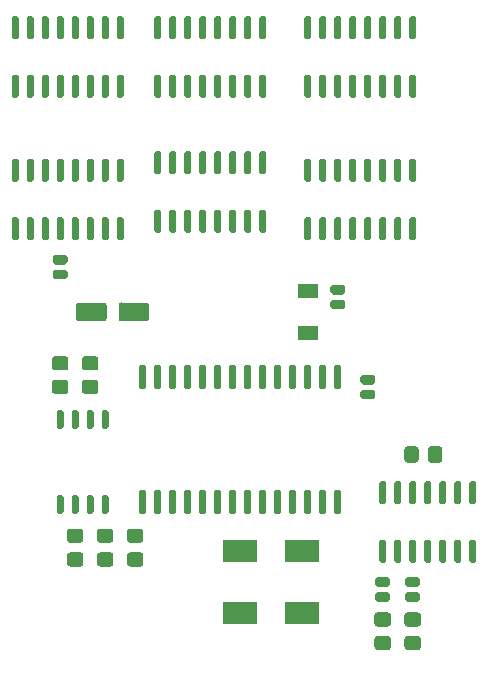
<source format=gbr>
%TF.GenerationSoftware,KiCad,Pcbnew,(5.1.8)-1*%
%TF.CreationDate,2021-03-10T17:43:25+01:00*%
%TF.ProjectId,Nes Sound Expansion,4e657320-536f-4756-9e64-20457870616e,rev?*%
%TF.SameCoordinates,Original*%
%TF.FileFunction,Paste,Bot*%
%TF.FilePolarity,Positive*%
%FSLAX46Y46*%
G04 Gerber Fmt 4.6, Leading zero omitted, Abs format (unit mm)*
G04 Created by KiCad (PCBNEW (5.1.8)-1) date 2021-03-10 17:43:25*
%MOMM*%
%LPD*%
G01*
G04 APERTURE LIST*
%ADD10R,1.700000X1.300000*%
%ADD11R,3.000000X1.980000*%
G04 APERTURE END LIST*
%TO.C,C1*%
G36*
G01*
X109016250Y-84252500D02*
X108153750Y-84252500D01*
G75*
G02*
X107945000Y-84043750I0J208750D01*
G01*
X107945000Y-83626250D01*
G75*
G02*
X108153750Y-83417500I208750J0D01*
G01*
X109016250Y-83417500D01*
G75*
G02*
X109225000Y-83626250I0J-208750D01*
G01*
X109225000Y-84043750D01*
G75*
G02*
X109016250Y-84252500I-208750J0D01*
G01*
G37*
G36*
G01*
X109016250Y-85507500D02*
X108153750Y-85507500D01*
G75*
G02*
X107945000Y-85298750I0J208750D01*
G01*
X107945000Y-84881250D01*
G75*
G02*
X108153750Y-84672500I208750J0D01*
G01*
X109016250Y-84672500D01*
G75*
G02*
X109225000Y-84881250I0J-208750D01*
G01*
X109225000Y-85298750D01*
G75*
G02*
X109016250Y-85507500I-208750J0D01*
G01*
G37*
%TD*%
%TO.C,C3*%
G36*
G01*
X111963750Y-109422000D02*
X112826250Y-109422000D01*
G75*
G02*
X113035000Y-109630750I0J-208750D01*
G01*
X113035000Y-110048250D01*
G75*
G02*
X112826250Y-110257000I-208750J0D01*
G01*
X111963750Y-110257000D01*
G75*
G02*
X111755000Y-110048250I0J208750D01*
G01*
X111755000Y-109630750D01*
G75*
G02*
X111963750Y-109422000I208750J0D01*
G01*
G37*
G36*
G01*
X111963750Y-108167000D02*
X112826250Y-108167000D01*
G75*
G02*
X113035000Y-108375750I0J-208750D01*
G01*
X113035000Y-108793250D01*
G75*
G02*
X112826250Y-109002000I-208750J0D01*
G01*
X111963750Y-109002000D01*
G75*
G02*
X111755000Y-108793250I0J208750D01*
G01*
X111755000Y-108375750D01*
G75*
G02*
X111963750Y-108167000I208750J0D01*
G01*
G37*
%TD*%
%TO.C,C5*%
G36*
G01*
X110693750Y-92292500D02*
X111556250Y-92292500D01*
G75*
G02*
X111765000Y-92501250I0J-208750D01*
G01*
X111765000Y-92918750D01*
G75*
G02*
X111556250Y-93127500I-208750J0D01*
G01*
X110693750Y-93127500D01*
G75*
G02*
X110485000Y-92918750I0J208750D01*
G01*
X110485000Y-92501250D01*
G75*
G02*
X110693750Y-92292500I208750J0D01*
G01*
G37*
G36*
G01*
X110693750Y-91037500D02*
X111556250Y-91037500D01*
G75*
G02*
X111765000Y-91246250I0J-208750D01*
G01*
X111765000Y-91663750D01*
G75*
G02*
X111556250Y-91872500I-208750J0D01*
G01*
X110693750Y-91872500D01*
G75*
G02*
X110485000Y-91663750I0J208750D01*
G01*
X110485000Y-91246250D01*
G75*
G02*
X110693750Y-91037500I208750J0D01*
G01*
G37*
%TD*%
%TO.C,R5*%
G36*
G01*
X87179999Y-91475000D02*
X88080001Y-91475000D01*
G75*
G02*
X88330000Y-91724999I0J-249999D01*
G01*
X88330000Y-92425001D01*
G75*
G02*
X88080001Y-92675000I-249999J0D01*
G01*
X87179999Y-92675000D01*
G75*
G02*
X86930000Y-92425001I0J249999D01*
G01*
X86930000Y-91724999D01*
G75*
G02*
X87179999Y-91475000I249999J0D01*
G01*
G37*
G36*
G01*
X87179999Y-89475000D02*
X88080001Y-89475000D01*
G75*
G02*
X88330000Y-89724999I0J-249999D01*
G01*
X88330000Y-90425001D01*
G75*
G02*
X88080001Y-90675000I-249999J0D01*
G01*
X87179999Y-90675000D01*
G75*
G02*
X86930000Y-90425001I0J249999D01*
G01*
X86930000Y-89724999D01*
G75*
G02*
X87179999Y-89475000I249999J0D01*
G01*
G37*
%TD*%
%TO.C,R8*%
G36*
G01*
X85540001Y-90675000D02*
X84639999Y-90675000D01*
G75*
G02*
X84390000Y-90425001I0J249999D01*
G01*
X84390000Y-89724999D01*
G75*
G02*
X84639999Y-89475000I249999J0D01*
G01*
X85540001Y-89475000D01*
G75*
G02*
X85790000Y-89724999I0J-249999D01*
G01*
X85790000Y-90425001D01*
G75*
G02*
X85540001Y-90675000I-249999J0D01*
G01*
G37*
G36*
G01*
X85540001Y-92675000D02*
X84639999Y-92675000D01*
G75*
G02*
X84390000Y-92425001I0J249999D01*
G01*
X84390000Y-91724999D01*
G75*
G02*
X84639999Y-91475000I249999J0D01*
G01*
X85540001Y-91475000D01*
G75*
G02*
X85790000Y-91724999I0J-249999D01*
G01*
X85790000Y-92425001D01*
G75*
G02*
X85540001Y-92675000I-249999J0D01*
G01*
G37*
%TD*%
%TO.C,C4*%
G36*
G01*
X114503750Y-109422000D02*
X115366250Y-109422000D01*
G75*
G02*
X115575000Y-109630750I0J-208750D01*
G01*
X115575000Y-110048250D01*
G75*
G02*
X115366250Y-110257000I-208750J0D01*
G01*
X114503750Y-110257000D01*
G75*
G02*
X114295000Y-110048250I0J208750D01*
G01*
X114295000Y-109630750D01*
G75*
G02*
X114503750Y-109422000I208750J0D01*
G01*
G37*
G36*
G01*
X114503750Y-108167000D02*
X115366250Y-108167000D01*
G75*
G02*
X115575000Y-108375750I0J-208750D01*
G01*
X115575000Y-108793250D01*
G75*
G02*
X115366250Y-109002000I-208750J0D01*
G01*
X114503750Y-109002000D01*
G75*
G02*
X114295000Y-108793250I0J208750D01*
G01*
X114295000Y-108375750D01*
G75*
G02*
X114503750Y-108167000I208750J0D01*
G01*
G37*
%TD*%
%TO.C,C2*%
G36*
G01*
X90035000Y-86275000D02*
X90035000Y-85175000D01*
G75*
G02*
X90285000Y-84925000I250000J0D01*
G01*
X92385000Y-84925000D01*
G75*
G02*
X92635000Y-85175000I0J-250000D01*
G01*
X92635000Y-86275000D01*
G75*
G02*
X92385000Y-86525000I-250000J0D01*
G01*
X90285000Y-86525000D01*
G75*
G02*
X90035000Y-86275000I0J250000D01*
G01*
G37*
G36*
G01*
X86435000Y-86275000D02*
X86435000Y-85175000D01*
G75*
G02*
X86685000Y-84925000I250000J0D01*
G01*
X88785000Y-84925000D01*
G75*
G02*
X89035000Y-85175000I0J-250000D01*
G01*
X89035000Y-86275000D01*
G75*
G02*
X88785000Y-86525000I-250000J0D01*
G01*
X86685000Y-86525000D01*
G75*
G02*
X86435000Y-86275000I0J250000D01*
G01*
G37*
%TD*%
%TO.C,BU9480F1*%
G36*
G01*
X84940000Y-101225000D02*
X85240000Y-101225000D01*
G75*
G02*
X85390000Y-101375000I0J-150000D01*
G01*
X85390000Y-102675000D01*
G75*
G02*
X85240000Y-102825000I-150000J0D01*
G01*
X84940000Y-102825000D01*
G75*
G02*
X84790000Y-102675000I0J150000D01*
G01*
X84790000Y-101375000D01*
G75*
G02*
X84940000Y-101225000I150000J0D01*
G01*
G37*
G36*
G01*
X86210000Y-101225000D02*
X86510000Y-101225000D01*
G75*
G02*
X86660000Y-101375000I0J-150000D01*
G01*
X86660000Y-102675000D01*
G75*
G02*
X86510000Y-102825000I-150000J0D01*
G01*
X86210000Y-102825000D01*
G75*
G02*
X86060000Y-102675000I0J150000D01*
G01*
X86060000Y-101375000D01*
G75*
G02*
X86210000Y-101225000I150000J0D01*
G01*
G37*
G36*
G01*
X87480000Y-101225000D02*
X87780000Y-101225000D01*
G75*
G02*
X87930000Y-101375000I0J-150000D01*
G01*
X87930000Y-102675000D01*
G75*
G02*
X87780000Y-102825000I-150000J0D01*
G01*
X87480000Y-102825000D01*
G75*
G02*
X87330000Y-102675000I0J150000D01*
G01*
X87330000Y-101375000D01*
G75*
G02*
X87480000Y-101225000I150000J0D01*
G01*
G37*
G36*
G01*
X88750000Y-101225000D02*
X89050000Y-101225000D01*
G75*
G02*
X89200000Y-101375000I0J-150000D01*
G01*
X89200000Y-102675000D01*
G75*
G02*
X89050000Y-102825000I-150000J0D01*
G01*
X88750000Y-102825000D01*
G75*
G02*
X88600000Y-102675000I0J150000D01*
G01*
X88600000Y-101375000D01*
G75*
G02*
X88750000Y-101225000I150000J0D01*
G01*
G37*
G36*
G01*
X88750000Y-94025000D02*
X89050000Y-94025000D01*
G75*
G02*
X89200000Y-94175000I0J-150000D01*
G01*
X89200000Y-95475000D01*
G75*
G02*
X89050000Y-95625000I-150000J0D01*
G01*
X88750000Y-95625000D01*
G75*
G02*
X88600000Y-95475000I0J150000D01*
G01*
X88600000Y-94175000D01*
G75*
G02*
X88750000Y-94025000I150000J0D01*
G01*
G37*
G36*
G01*
X87480000Y-94025000D02*
X87780000Y-94025000D01*
G75*
G02*
X87930000Y-94175000I0J-150000D01*
G01*
X87930000Y-95475000D01*
G75*
G02*
X87780000Y-95625000I-150000J0D01*
G01*
X87480000Y-95625000D01*
G75*
G02*
X87330000Y-95475000I0J150000D01*
G01*
X87330000Y-94175000D01*
G75*
G02*
X87480000Y-94025000I150000J0D01*
G01*
G37*
G36*
G01*
X86210000Y-94025000D02*
X86510000Y-94025000D01*
G75*
G02*
X86660000Y-94175000I0J-150000D01*
G01*
X86660000Y-95475000D01*
G75*
G02*
X86510000Y-95625000I-150000J0D01*
G01*
X86210000Y-95625000D01*
G75*
G02*
X86060000Y-95475000I0J150000D01*
G01*
X86060000Y-94175000D01*
G75*
G02*
X86210000Y-94025000I150000J0D01*
G01*
G37*
G36*
G01*
X84940000Y-94025000D02*
X85240000Y-94025000D01*
G75*
G02*
X85390000Y-94175000I0J-150000D01*
G01*
X85390000Y-95475000D01*
G75*
G02*
X85240000Y-95625000I-150000J0D01*
G01*
X84940000Y-95625000D01*
G75*
G02*
X84790000Y-95475000I0J150000D01*
G01*
X84790000Y-94175000D01*
G75*
G02*
X84940000Y-94025000I150000J0D01*
G01*
G37*
%TD*%
%TO.C,U2*%
G36*
G01*
X120165000Y-102005000D02*
X119865000Y-102005000D01*
G75*
G02*
X119715000Y-101855000I0J150000D01*
G01*
X119715000Y-100205000D01*
G75*
G02*
X119865000Y-100055000I150000J0D01*
G01*
X120165000Y-100055000D01*
G75*
G02*
X120315000Y-100205000I0J-150000D01*
G01*
X120315000Y-101855000D01*
G75*
G02*
X120165000Y-102005000I-150000J0D01*
G01*
G37*
G36*
G01*
X118895000Y-102005000D02*
X118595000Y-102005000D01*
G75*
G02*
X118445000Y-101855000I0J150000D01*
G01*
X118445000Y-100205000D01*
G75*
G02*
X118595000Y-100055000I150000J0D01*
G01*
X118895000Y-100055000D01*
G75*
G02*
X119045000Y-100205000I0J-150000D01*
G01*
X119045000Y-101855000D01*
G75*
G02*
X118895000Y-102005000I-150000J0D01*
G01*
G37*
G36*
G01*
X117625000Y-102005000D02*
X117325000Y-102005000D01*
G75*
G02*
X117175000Y-101855000I0J150000D01*
G01*
X117175000Y-100205000D01*
G75*
G02*
X117325000Y-100055000I150000J0D01*
G01*
X117625000Y-100055000D01*
G75*
G02*
X117775000Y-100205000I0J-150000D01*
G01*
X117775000Y-101855000D01*
G75*
G02*
X117625000Y-102005000I-150000J0D01*
G01*
G37*
G36*
G01*
X116355000Y-102005000D02*
X116055000Y-102005000D01*
G75*
G02*
X115905000Y-101855000I0J150000D01*
G01*
X115905000Y-100205000D01*
G75*
G02*
X116055000Y-100055000I150000J0D01*
G01*
X116355000Y-100055000D01*
G75*
G02*
X116505000Y-100205000I0J-150000D01*
G01*
X116505000Y-101855000D01*
G75*
G02*
X116355000Y-102005000I-150000J0D01*
G01*
G37*
G36*
G01*
X115085000Y-102005000D02*
X114785000Y-102005000D01*
G75*
G02*
X114635000Y-101855000I0J150000D01*
G01*
X114635000Y-100205000D01*
G75*
G02*
X114785000Y-100055000I150000J0D01*
G01*
X115085000Y-100055000D01*
G75*
G02*
X115235000Y-100205000I0J-150000D01*
G01*
X115235000Y-101855000D01*
G75*
G02*
X115085000Y-102005000I-150000J0D01*
G01*
G37*
G36*
G01*
X113815000Y-102005000D02*
X113515000Y-102005000D01*
G75*
G02*
X113365000Y-101855000I0J150000D01*
G01*
X113365000Y-100205000D01*
G75*
G02*
X113515000Y-100055000I150000J0D01*
G01*
X113815000Y-100055000D01*
G75*
G02*
X113965000Y-100205000I0J-150000D01*
G01*
X113965000Y-101855000D01*
G75*
G02*
X113815000Y-102005000I-150000J0D01*
G01*
G37*
G36*
G01*
X112545000Y-102005000D02*
X112245000Y-102005000D01*
G75*
G02*
X112095000Y-101855000I0J150000D01*
G01*
X112095000Y-100205000D01*
G75*
G02*
X112245000Y-100055000I150000J0D01*
G01*
X112545000Y-100055000D01*
G75*
G02*
X112695000Y-100205000I0J-150000D01*
G01*
X112695000Y-101855000D01*
G75*
G02*
X112545000Y-102005000I-150000J0D01*
G01*
G37*
G36*
G01*
X112545000Y-106955000D02*
X112245000Y-106955000D01*
G75*
G02*
X112095000Y-106805000I0J150000D01*
G01*
X112095000Y-105155000D01*
G75*
G02*
X112245000Y-105005000I150000J0D01*
G01*
X112545000Y-105005000D01*
G75*
G02*
X112695000Y-105155000I0J-150000D01*
G01*
X112695000Y-106805000D01*
G75*
G02*
X112545000Y-106955000I-150000J0D01*
G01*
G37*
G36*
G01*
X113815000Y-106955000D02*
X113515000Y-106955000D01*
G75*
G02*
X113365000Y-106805000I0J150000D01*
G01*
X113365000Y-105155000D01*
G75*
G02*
X113515000Y-105005000I150000J0D01*
G01*
X113815000Y-105005000D01*
G75*
G02*
X113965000Y-105155000I0J-150000D01*
G01*
X113965000Y-106805000D01*
G75*
G02*
X113815000Y-106955000I-150000J0D01*
G01*
G37*
G36*
G01*
X115085000Y-106955000D02*
X114785000Y-106955000D01*
G75*
G02*
X114635000Y-106805000I0J150000D01*
G01*
X114635000Y-105155000D01*
G75*
G02*
X114785000Y-105005000I150000J0D01*
G01*
X115085000Y-105005000D01*
G75*
G02*
X115235000Y-105155000I0J-150000D01*
G01*
X115235000Y-106805000D01*
G75*
G02*
X115085000Y-106955000I-150000J0D01*
G01*
G37*
G36*
G01*
X116355000Y-106955000D02*
X116055000Y-106955000D01*
G75*
G02*
X115905000Y-106805000I0J150000D01*
G01*
X115905000Y-105155000D01*
G75*
G02*
X116055000Y-105005000I150000J0D01*
G01*
X116355000Y-105005000D01*
G75*
G02*
X116505000Y-105155000I0J-150000D01*
G01*
X116505000Y-106805000D01*
G75*
G02*
X116355000Y-106955000I-150000J0D01*
G01*
G37*
G36*
G01*
X117625000Y-106955000D02*
X117325000Y-106955000D01*
G75*
G02*
X117175000Y-106805000I0J150000D01*
G01*
X117175000Y-105155000D01*
G75*
G02*
X117325000Y-105005000I150000J0D01*
G01*
X117625000Y-105005000D01*
G75*
G02*
X117775000Y-105155000I0J-150000D01*
G01*
X117775000Y-106805000D01*
G75*
G02*
X117625000Y-106955000I-150000J0D01*
G01*
G37*
G36*
G01*
X118895000Y-106955000D02*
X118595000Y-106955000D01*
G75*
G02*
X118445000Y-106805000I0J150000D01*
G01*
X118445000Y-105155000D01*
G75*
G02*
X118595000Y-105005000I150000J0D01*
G01*
X118895000Y-105005000D01*
G75*
G02*
X119045000Y-105155000I0J-150000D01*
G01*
X119045000Y-106805000D01*
G75*
G02*
X118895000Y-106955000I-150000J0D01*
G01*
G37*
G36*
G01*
X120165000Y-106955000D02*
X119865000Y-106955000D01*
G75*
G02*
X119715000Y-106805000I0J150000D01*
G01*
X119715000Y-105155000D01*
G75*
G02*
X119865000Y-105005000I150000J0D01*
G01*
X120165000Y-105005000D01*
G75*
G02*
X120315000Y-105155000I0J-150000D01*
G01*
X120315000Y-106805000D01*
G75*
G02*
X120165000Y-106955000I-150000J0D01*
G01*
G37*
%TD*%
%TO.C,U10*%
G36*
G01*
X115085000Y-62635000D02*
X114785000Y-62635000D01*
G75*
G02*
X114635000Y-62485000I0J150000D01*
G01*
X114635000Y-60835000D01*
G75*
G02*
X114785000Y-60685000I150000J0D01*
G01*
X115085000Y-60685000D01*
G75*
G02*
X115235000Y-60835000I0J-150000D01*
G01*
X115235000Y-62485000D01*
G75*
G02*
X115085000Y-62635000I-150000J0D01*
G01*
G37*
G36*
G01*
X113815000Y-62635000D02*
X113515000Y-62635000D01*
G75*
G02*
X113365000Y-62485000I0J150000D01*
G01*
X113365000Y-60835000D01*
G75*
G02*
X113515000Y-60685000I150000J0D01*
G01*
X113815000Y-60685000D01*
G75*
G02*
X113965000Y-60835000I0J-150000D01*
G01*
X113965000Y-62485000D01*
G75*
G02*
X113815000Y-62635000I-150000J0D01*
G01*
G37*
G36*
G01*
X112545000Y-62635000D02*
X112245000Y-62635000D01*
G75*
G02*
X112095000Y-62485000I0J150000D01*
G01*
X112095000Y-60835000D01*
G75*
G02*
X112245000Y-60685000I150000J0D01*
G01*
X112545000Y-60685000D01*
G75*
G02*
X112695000Y-60835000I0J-150000D01*
G01*
X112695000Y-62485000D01*
G75*
G02*
X112545000Y-62635000I-150000J0D01*
G01*
G37*
G36*
G01*
X111275000Y-62635000D02*
X110975000Y-62635000D01*
G75*
G02*
X110825000Y-62485000I0J150000D01*
G01*
X110825000Y-60835000D01*
G75*
G02*
X110975000Y-60685000I150000J0D01*
G01*
X111275000Y-60685000D01*
G75*
G02*
X111425000Y-60835000I0J-150000D01*
G01*
X111425000Y-62485000D01*
G75*
G02*
X111275000Y-62635000I-150000J0D01*
G01*
G37*
G36*
G01*
X110005000Y-62635000D02*
X109705000Y-62635000D01*
G75*
G02*
X109555000Y-62485000I0J150000D01*
G01*
X109555000Y-60835000D01*
G75*
G02*
X109705000Y-60685000I150000J0D01*
G01*
X110005000Y-60685000D01*
G75*
G02*
X110155000Y-60835000I0J-150000D01*
G01*
X110155000Y-62485000D01*
G75*
G02*
X110005000Y-62635000I-150000J0D01*
G01*
G37*
G36*
G01*
X108735000Y-62635000D02*
X108435000Y-62635000D01*
G75*
G02*
X108285000Y-62485000I0J150000D01*
G01*
X108285000Y-60835000D01*
G75*
G02*
X108435000Y-60685000I150000J0D01*
G01*
X108735000Y-60685000D01*
G75*
G02*
X108885000Y-60835000I0J-150000D01*
G01*
X108885000Y-62485000D01*
G75*
G02*
X108735000Y-62635000I-150000J0D01*
G01*
G37*
G36*
G01*
X107465000Y-62635000D02*
X107165000Y-62635000D01*
G75*
G02*
X107015000Y-62485000I0J150000D01*
G01*
X107015000Y-60835000D01*
G75*
G02*
X107165000Y-60685000I150000J0D01*
G01*
X107465000Y-60685000D01*
G75*
G02*
X107615000Y-60835000I0J-150000D01*
G01*
X107615000Y-62485000D01*
G75*
G02*
X107465000Y-62635000I-150000J0D01*
G01*
G37*
G36*
G01*
X106195000Y-62635000D02*
X105895000Y-62635000D01*
G75*
G02*
X105745000Y-62485000I0J150000D01*
G01*
X105745000Y-60835000D01*
G75*
G02*
X105895000Y-60685000I150000J0D01*
G01*
X106195000Y-60685000D01*
G75*
G02*
X106345000Y-60835000I0J-150000D01*
G01*
X106345000Y-62485000D01*
G75*
G02*
X106195000Y-62635000I-150000J0D01*
G01*
G37*
G36*
G01*
X106195000Y-67585000D02*
X105895000Y-67585000D01*
G75*
G02*
X105745000Y-67435000I0J150000D01*
G01*
X105745000Y-65785000D01*
G75*
G02*
X105895000Y-65635000I150000J0D01*
G01*
X106195000Y-65635000D01*
G75*
G02*
X106345000Y-65785000I0J-150000D01*
G01*
X106345000Y-67435000D01*
G75*
G02*
X106195000Y-67585000I-150000J0D01*
G01*
G37*
G36*
G01*
X107465000Y-67585000D02*
X107165000Y-67585000D01*
G75*
G02*
X107015000Y-67435000I0J150000D01*
G01*
X107015000Y-65785000D01*
G75*
G02*
X107165000Y-65635000I150000J0D01*
G01*
X107465000Y-65635000D01*
G75*
G02*
X107615000Y-65785000I0J-150000D01*
G01*
X107615000Y-67435000D01*
G75*
G02*
X107465000Y-67585000I-150000J0D01*
G01*
G37*
G36*
G01*
X108735000Y-67585000D02*
X108435000Y-67585000D01*
G75*
G02*
X108285000Y-67435000I0J150000D01*
G01*
X108285000Y-65785000D01*
G75*
G02*
X108435000Y-65635000I150000J0D01*
G01*
X108735000Y-65635000D01*
G75*
G02*
X108885000Y-65785000I0J-150000D01*
G01*
X108885000Y-67435000D01*
G75*
G02*
X108735000Y-67585000I-150000J0D01*
G01*
G37*
G36*
G01*
X110005000Y-67585000D02*
X109705000Y-67585000D01*
G75*
G02*
X109555000Y-67435000I0J150000D01*
G01*
X109555000Y-65785000D01*
G75*
G02*
X109705000Y-65635000I150000J0D01*
G01*
X110005000Y-65635000D01*
G75*
G02*
X110155000Y-65785000I0J-150000D01*
G01*
X110155000Y-67435000D01*
G75*
G02*
X110005000Y-67585000I-150000J0D01*
G01*
G37*
G36*
G01*
X111275000Y-67585000D02*
X110975000Y-67585000D01*
G75*
G02*
X110825000Y-67435000I0J150000D01*
G01*
X110825000Y-65785000D01*
G75*
G02*
X110975000Y-65635000I150000J0D01*
G01*
X111275000Y-65635000D01*
G75*
G02*
X111425000Y-65785000I0J-150000D01*
G01*
X111425000Y-67435000D01*
G75*
G02*
X111275000Y-67585000I-150000J0D01*
G01*
G37*
G36*
G01*
X112545000Y-67585000D02*
X112245000Y-67585000D01*
G75*
G02*
X112095000Y-67435000I0J150000D01*
G01*
X112095000Y-65785000D01*
G75*
G02*
X112245000Y-65635000I150000J0D01*
G01*
X112545000Y-65635000D01*
G75*
G02*
X112695000Y-65785000I0J-150000D01*
G01*
X112695000Y-67435000D01*
G75*
G02*
X112545000Y-67585000I-150000J0D01*
G01*
G37*
G36*
G01*
X113815000Y-67585000D02*
X113515000Y-67585000D01*
G75*
G02*
X113365000Y-67435000I0J150000D01*
G01*
X113365000Y-65785000D01*
G75*
G02*
X113515000Y-65635000I150000J0D01*
G01*
X113815000Y-65635000D01*
G75*
G02*
X113965000Y-65785000I0J-150000D01*
G01*
X113965000Y-67435000D01*
G75*
G02*
X113815000Y-67585000I-150000J0D01*
G01*
G37*
G36*
G01*
X115085000Y-67585000D02*
X114785000Y-67585000D01*
G75*
G02*
X114635000Y-67435000I0J150000D01*
G01*
X114635000Y-65785000D01*
G75*
G02*
X114785000Y-65635000I150000J0D01*
G01*
X115085000Y-65635000D01*
G75*
G02*
X115235000Y-65785000I0J-150000D01*
G01*
X115235000Y-67435000D01*
G75*
G02*
X115085000Y-67585000I-150000J0D01*
G01*
G37*
%TD*%
%TO.C,U1*%
G36*
G01*
X115085000Y-74700000D02*
X114785000Y-74700000D01*
G75*
G02*
X114635000Y-74550000I0J150000D01*
G01*
X114635000Y-72900000D01*
G75*
G02*
X114785000Y-72750000I150000J0D01*
G01*
X115085000Y-72750000D01*
G75*
G02*
X115235000Y-72900000I0J-150000D01*
G01*
X115235000Y-74550000D01*
G75*
G02*
X115085000Y-74700000I-150000J0D01*
G01*
G37*
G36*
G01*
X113815000Y-74700000D02*
X113515000Y-74700000D01*
G75*
G02*
X113365000Y-74550000I0J150000D01*
G01*
X113365000Y-72900000D01*
G75*
G02*
X113515000Y-72750000I150000J0D01*
G01*
X113815000Y-72750000D01*
G75*
G02*
X113965000Y-72900000I0J-150000D01*
G01*
X113965000Y-74550000D01*
G75*
G02*
X113815000Y-74700000I-150000J0D01*
G01*
G37*
G36*
G01*
X112545000Y-74700000D02*
X112245000Y-74700000D01*
G75*
G02*
X112095000Y-74550000I0J150000D01*
G01*
X112095000Y-72900000D01*
G75*
G02*
X112245000Y-72750000I150000J0D01*
G01*
X112545000Y-72750000D01*
G75*
G02*
X112695000Y-72900000I0J-150000D01*
G01*
X112695000Y-74550000D01*
G75*
G02*
X112545000Y-74700000I-150000J0D01*
G01*
G37*
G36*
G01*
X111275000Y-74700000D02*
X110975000Y-74700000D01*
G75*
G02*
X110825000Y-74550000I0J150000D01*
G01*
X110825000Y-72900000D01*
G75*
G02*
X110975000Y-72750000I150000J0D01*
G01*
X111275000Y-72750000D01*
G75*
G02*
X111425000Y-72900000I0J-150000D01*
G01*
X111425000Y-74550000D01*
G75*
G02*
X111275000Y-74700000I-150000J0D01*
G01*
G37*
G36*
G01*
X110005000Y-74700000D02*
X109705000Y-74700000D01*
G75*
G02*
X109555000Y-74550000I0J150000D01*
G01*
X109555000Y-72900000D01*
G75*
G02*
X109705000Y-72750000I150000J0D01*
G01*
X110005000Y-72750000D01*
G75*
G02*
X110155000Y-72900000I0J-150000D01*
G01*
X110155000Y-74550000D01*
G75*
G02*
X110005000Y-74700000I-150000J0D01*
G01*
G37*
G36*
G01*
X108735000Y-74700000D02*
X108435000Y-74700000D01*
G75*
G02*
X108285000Y-74550000I0J150000D01*
G01*
X108285000Y-72900000D01*
G75*
G02*
X108435000Y-72750000I150000J0D01*
G01*
X108735000Y-72750000D01*
G75*
G02*
X108885000Y-72900000I0J-150000D01*
G01*
X108885000Y-74550000D01*
G75*
G02*
X108735000Y-74700000I-150000J0D01*
G01*
G37*
G36*
G01*
X107465000Y-74700000D02*
X107165000Y-74700000D01*
G75*
G02*
X107015000Y-74550000I0J150000D01*
G01*
X107015000Y-72900000D01*
G75*
G02*
X107165000Y-72750000I150000J0D01*
G01*
X107465000Y-72750000D01*
G75*
G02*
X107615000Y-72900000I0J-150000D01*
G01*
X107615000Y-74550000D01*
G75*
G02*
X107465000Y-74700000I-150000J0D01*
G01*
G37*
G36*
G01*
X106195000Y-74700000D02*
X105895000Y-74700000D01*
G75*
G02*
X105745000Y-74550000I0J150000D01*
G01*
X105745000Y-72900000D01*
G75*
G02*
X105895000Y-72750000I150000J0D01*
G01*
X106195000Y-72750000D01*
G75*
G02*
X106345000Y-72900000I0J-150000D01*
G01*
X106345000Y-74550000D01*
G75*
G02*
X106195000Y-74700000I-150000J0D01*
G01*
G37*
G36*
G01*
X106195000Y-79650000D02*
X105895000Y-79650000D01*
G75*
G02*
X105745000Y-79500000I0J150000D01*
G01*
X105745000Y-77850000D01*
G75*
G02*
X105895000Y-77700000I150000J0D01*
G01*
X106195000Y-77700000D01*
G75*
G02*
X106345000Y-77850000I0J-150000D01*
G01*
X106345000Y-79500000D01*
G75*
G02*
X106195000Y-79650000I-150000J0D01*
G01*
G37*
G36*
G01*
X107465000Y-79650000D02*
X107165000Y-79650000D01*
G75*
G02*
X107015000Y-79500000I0J150000D01*
G01*
X107015000Y-77850000D01*
G75*
G02*
X107165000Y-77700000I150000J0D01*
G01*
X107465000Y-77700000D01*
G75*
G02*
X107615000Y-77850000I0J-150000D01*
G01*
X107615000Y-79500000D01*
G75*
G02*
X107465000Y-79650000I-150000J0D01*
G01*
G37*
G36*
G01*
X108735000Y-79650000D02*
X108435000Y-79650000D01*
G75*
G02*
X108285000Y-79500000I0J150000D01*
G01*
X108285000Y-77850000D01*
G75*
G02*
X108435000Y-77700000I150000J0D01*
G01*
X108735000Y-77700000D01*
G75*
G02*
X108885000Y-77850000I0J-150000D01*
G01*
X108885000Y-79500000D01*
G75*
G02*
X108735000Y-79650000I-150000J0D01*
G01*
G37*
G36*
G01*
X110005000Y-79650000D02*
X109705000Y-79650000D01*
G75*
G02*
X109555000Y-79500000I0J150000D01*
G01*
X109555000Y-77850000D01*
G75*
G02*
X109705000Y-77700000I150000J0D01*
G01*
X110005000Y-77700000D01*
G75*
G02*
X110155000Y-77850000I0J-150000D01*
G01*
X110155000Y-79500000D01*
G75*
G02*
X110005000Y-79650000I-150000J0D01*
G01*
G37*
G36*
G01*
X111275000Y-79650000D02*
X110975000Y-79650000D01*
G75*
G02*
X110825000Y-79500000I0J150000D01*
G01*
X110825000Y-77850000D01*
G75*
G02*
X110975000Y-77700000I150000J0D01*
G01*
X111275000Y-77700000D01*
G75*
G02*
X111425000Y-77850000I0J-150000D01*
G01*
X111425000Y-79500000D01*
G75*
G02*
X111275000Y-79650000I-150000J0D01*
G01*
G37*
G36*
G01*
X112545000Y-79650000D02*
X112245000Y-79650000D01*
G75*
G02*
X112095000Y-79500000I0J150000D01*
G01*
X112095000Y-77850000D01*
G75*
G02*
X112245000Y-77700000I150000J0D01*
G01*
X112545000Y-77700000D01*
G75*
G02*
X112695000Y-77850000I0J-150000D01*
G01*
X112695000Y-79500000D01*
G75*
G02*
X112545000Y-79650000I-150000J0D01*
G01*
G37*
G36*
G01*
X113815000Y-79650000D02*
X113515000Y-79650000D01*
G75*
G02*
X113365000Y-79500000I0J150000D01*
G01*
X113365000Y-77850000D01*
G75*
G02*
X113515000Y-77700000I150000J0D01*
G01*
X113815000Y-77700000D01*
G75*
G02*
X113965000Y-77850000I0J-150000D01*
G01*
X113965000Y-79500000D01*
G75*
G02*
X113815000Y-79650000I-150000J0D01*
G01*
G37*
G36*
G01*
X115085000Y-79650000D02*
X114785000Y-79650000D01*
G75*
G02*
X114635000Y-79500000I0J150000D01*
G01*
X114635000Y-77850000D01*
G75*
G02*
X114785000Y-77700000I150000J0D01*
G01*
X115085000Y-77700000D01*
G75*
G02*
X115235000Y-77850000I0J-150000D01*
G01*
X115235000Y-79500000D01*
G75*
G02*
X115085000Y-79650000I-150000J0D01*
G01*
G37*
%TD*%
%TO.C,U9*%
G36*
G01*
X81130000Y-77700000D02*
X81430000Y-77700000D01*
G75*
G02*
X81580000Y-77850000I0J-150000D01*
G01*
X81580000Y-79500000D01*
G75*
G02*
X81430000Y-79650000I-150000J0D01*
G01*
X81130000Y-79650000D01*
G75*
G02*
X80980000Y-79500000I0J150000D01*
G01*
X80980000Y-77850000D01*
G75*
G02*
X81130000Y-77700000I150000J0D01*
G01*
G37*
G36*
G01*
X82400000Y-77700000D02*
X82700000Y-77700000D01*
G75*
G02*
X82850000Y-77850000I0J-150000D01*
G01*
X82850000Y-79500000D01*
G75*
G02*
X82700000Y-79650000I-150000J0D01*
G01*
X82400000Y-79650000D01*
G75*
G02*
X82250000Y-79500000I0J150000D01*
G01*
X82250000Y-77850000D01*
G75*
G02*
X82400000Y-77700000I150000J0D01*
G01*
G37*
G36*
G01*
X83670000Y-77700000D02*
X83970000Y-77700000D01*
G75*
G02*
X84120000Y-77850000I0J-150000D01*
G01*
X84120000Y-79500000D01*
G75*
G02*
X83970000Y-79650000I-150000J0D01*
G01*
X83670000Y-79650000D01*
G75*
G02*
X83520000Y-79500000I0J150000D01*
G01*
X83520000Y-77850000D01*
G75*
G02*
X83670000Y-77700000I150000J0D01*
G01*
G37*
G36*
G01*
X84940000Y-77700000D02*
X85240000Y-77700000D01*
G75*
G02*
X85390000Y-77850000I0J-150000D01*
G01*
X85390000Y-79500000D01*
G75*
G02*
X85240000Y-79650000I-150000J0D01*
G01*
X84940000Y-79650000D01*
G75*
G02*
X84790000Y-79500000I0J150000D01*
G01*
X84790000Y-77850000D01*
G75*
G02*
X84940000Y-77700000I150000J0D01*
G01*
G37*
G36*
G01*
X86210000Y-77700000D02*
X86510000Y-77700000D01*
G75*
G02*
X86660000Y-77850000I0J-150000D01*
G01*
X86660000Y-79500000D01*
G75*
G02*
X86510000Y-79650000I-150000J0D01*
G01*
X86210000Y-79650000D01*
G75*
G02*
X86060000Y-79500000I0J150000D01*
G01*
X86060000Y-77850000D01*
G75*
G02*
X86210000Y-77700000I150000J0D01*
G01*
G37*
G36*
G01*
X87480000Y-77700000D02*
X87780000Y-77700000D01*
G75*
G02*
X87930000Y-77850000I0J-150000D01*
G01*
X87930000Y-79500000D01*
G75*
G02*
X87780000Y-79650000I-150000J0D01*
G01*
X87480000Y-79650000D01*
G75*
G02*
X87330000Y-79500000I0J150000D01*
G01*
X87330000Y-77850000D01*
G75*
G02*
X87480000Y-77700000I150000J0D01*
G01*
G37*
G36*
G01*
X88750000Y-77700000D02*
X89050000Y-77700000D01*
G75*
G02*
X89200000Y-77850000I0J-150000D01*
G01*
X89200000Y-79500000D01*
G75*
G02*
X89050000Y-79650000I-150000J0D01*
G01*
X88750000Y-79650000D01*
G75*
G02*
X88600000Y-79500000I0J150000D01*
G01*
X88600000Y-77850000D01*
G75*
G02*
X88750000Y-77700000I150000J0D01*
G01*
G37*
G36*
G01*
X90020000Y-77700000D02*
X90320000Y-77700000D01*
G75*
G02*
X90470000Y-77850000I0J-150000D01*
G01*
X90470000Y-79500000D01*
G75*
G02*
X90320000Y-79650000I-150000J0D01*
G01*
X90020000Y-79650000D01*
G75*
G02*
X89870000Y-79500000I0J150000D01*
G01*
X89870000Y-77850000D01*
G75*
G02*
X90020000Y-77700000I150000J0D01*
G01*
G37*
G36*
G01*
X90020000Y-72750000D02*
X90320000Y-72750000D01*
G75*
G02*
X90470000Y-72900000I0J-150000D01*
G01*
X90470000Y-74550000D01*
G75*
G02*
X90320000Y-74700000I-150000J0D01*
G01*
X90020000Y-74700000D01*
G75*
G02*
X89870000Y-74550000I0J150000D01*
G01*
X89870000Y-72900000D01*
G75*
G02*
X90020000Y-72750000I150000J0D01*
G01*
G37*
G36*
G01*
X88750000Y-72750000D02*
X89050000Y-72750000D01*
G75*
G02*
X89200000Y-72900000I0J-150000D01*
G01*
X89200000Y-74550000D01*
G75*
G02*
X89050000Y-74700000I-150000J0D01*
G01*
X88750000Y-74700000D01*
G75*
G02*
X88600000Y-74550000I0J150000D01*
G01*
X88600000Y-72900000D01*
G75*
G02*
X88750000Y-72750000I150000J0D01*
G01*
G37*
G36*
G01*
X87480000Y-72750000D02*
X87780000Y-72750000D01*
G75*
G02*
X87930000Y-72900000I0J-150000D01*
G01*
X87930000Y-74550000D01*
G75*
G02*
X87780000Y-74700000I-150000J0D01*
G01*
X87480000Y-74700000D01*
G75*
G02*
X87330000Y-74550000I0J150000D01*
G01*
X87330000Y-72900000D01*
G75*
G02*
X87480000Y-72750000I150000J0D01*
G01*
G37*
G36*
G01*
X86210000Y-72750000D02*
X86510000Y-72750000D01*
G75*
G02*
X86660000Y-72900000I0J-150000D01*
G01*
X86660000Y-74550000D01*
G75*
G02*
X86510000Y-74700000I-150000J0D01*
G01*
X86210000Y-74700000D01*
G75*
G02*
X86060000Y-74550000I0J150000D01*
G01*
X86060000Y-72900000D01*
G75*
G02*
X86210000Y-72750000I150000J0D01*
G01*
G37*
G36*
G01*
X84940000Y-72750000D02*
X85240000Y-72750000D01*
G75*
G02*
X85390000Y-72900000I0J-150000D01*
G01*
X85390000Y-74550000D01*
G75*
G02*
X85240000Y-74700000I-150000J0D01*
G01*
X84940000Y-74700000D01*
G75*
G02*
X84790000Y-74550000I0J150000D01*
G01*
X84790000Y-72900000D01*
G75*
G02*
X84940000Y-72750000I150000J0D01*
G01*
G37*
G36*
G01*
X83670000Y-72750000D02*
X83970000Y-72750000D01*
G75*
G02*
X84120000Y-72900000I0J-150000D01*
G01*
X84120000Y-74550000D01*
G75*
G02*
X83970000Y-74700000I-150000J0D01*
G01*
X83670000Y-74700000D01*
G75*
G02*
X83520000Y-74550000I0J150000D01*
G01*
X83520000Y-72900000D01*
G75*
G02*
X83670000Y-72750000I150000J0D01*
G01*
G37*
G36*
G01*
X82400000Y-72750000D02*
X82700000Y-72750000D01*
G75*
G02*
X82850000Y-72900000I0J-150000D01*
G01*
X82850000Y-74550000D01*
G75*
G02*
X82700000Y-74700000I-150000J0D01*
G01*
X82400000Y-74700000D01*
G75*
G02*
X82250000Y-74550000I0J150000D01*
G01*
X82250000Y-72900000D01*
G75*
G02*
X82400000Y-72750000I150000J0D01*
G01*
G37*
G36*
G01*
X81130000Y-72750000D02*
X81430000Y-72750000D01*
G75*
G02*
X81580000Y-72900000I0J-150000D01*
G01*
X81580000Y-74550000D01*
G75*
G02*
X81430000Y-74700000I-150000J0D01*
G01*
X81130000Y-74700000D01*
G75*
G02*
X80980000Y-74550000I0J150000D01*
G01*
X80980000Y-72900000D01*
G75*
G02*
X81130000Y-72750000I150000J0D01*
G01*
G37*
%TD*%
%TO.C,U8*%
G36*
G01*
X93195000Y-77065000D02*
X93495000Y-77065000D01*
G75*
G02*
X93645000Y-77215000I0J-150000D01*
G01*
X93645000Y-78865000D01*
G75*
G02*
X93495000Y-79015000I-150000J0D01*
G01*
X93195000Y-79015000D01*
G75*
G02*
X93045000Y-78865000I0J150000D01*
G01*
X93045000Y-77215000D01*
G75*
G02*
X93195000Y-77065000I150000J0D01*
G01*
G37*
G36*
G01*
X94465000Y-77065000D02*
X94765000Y-77065000D01*
G75*
G02*
X94915000Y-77215000I0J-150000D01*
G01*
X94915000Y-78865000D01*
G75*
G02*
X94765000Y-79015000I-150000J0D01*
G01*
X94465000Y-79015000D01*
G75*
G02*
X94315000Y-78865000I0J150000D01*
G01*
X94315000Y-77215000D01*
G75*
G02*
X94465000Y-77065000I150000J0D01*
G01*
G37*
G36*
G01*
X95735000Y-77065000D02*
X96035000Y-77065000D01*
G75*
G02*
X96185000Y-77215000I0J-150000D01*
G01*
X96185000Y-78865000D01*
G75*
G02*
X96035000Y-79015000I-150000J0D01*
G01*
X95735000Y-79015000D01*
G75*
G02*
X95585000Y-78865000I0J150000D01*
G01*
X95585000Y-77215000D01*
G75*
G02*
X95735000Y-77065000I150000J0D01*
G01*
G37*
G36*
G01*
X97005000Y-77065000D02*
X97305000Y-77065000D01*
G75*
G02*
X97455000Y-77215000I0J-150000D01*
G01*
X97455000Y-78865000D01*
G75*
G02*
X97305000Y-79015000I-150000J0D01*
G01*
X97005000Y-79015000D01*
G75*
G02*
X96855000Y-78865000I0J150000D01*
G01*
X96855000Y-77215000D01*
G75*
G02*
X97005000Y-77065000I150000J0D01*
G01*
G37*
G36*
G01*
X98275000Y-77065000D02*
X98575000Y-77065000D01*
G75*
G02*
X98725000Y-77215000I0J-150000D01*
G01*
X98725000Y-78865000D01*
G75*
G02*
X98575000Y-79015000I-150000J0D01*
G01*
X98275000Y-79015000D01*
G75*
G02*
X98125000Y-78865000I0J150000D01*
G01*
X98125000Y-77215000D01*
G75*
G02*
X98275000Y-77065000I150000J0D01*
G01*
G37*
G36*
G01*
X99545000Y-77065000D02*
X99845000Y-77065000D01*
G75*
G02*
X99995000Y-77215000I0J-150000D01*
G01*
X99995000Y-78865000D01*
G75*
G02*
X99845000Y-79015000I-150000J0D01*
G01*
X99545000Y-79015000D01*
G75*
G02*
X99395000Y-78865000I0J150000D01*
G01*
X99395000Y-77215000D01*
G75*
G02*
X99545000Y-77065000I150000J0D01*
G01*
G37*
G36*
G01*
X100815000Y-77065000D02*
X101115000Y-77065000D01*
G75*
G02*
X101265000Y-77215000I0J-150000D01*
G01*
X101265000Y-78865000D01*
G75*
G02*
X101115000Y-79015000I-150000J0D01*
G01*
X100815000Y-79015000D01*
G75*
G02*
X100665000Y-78865000I0J150000D01*
G01*
X100665000Y-77215000D01*
G75*
G02*
X100815000Y-77065000I150000J0D01*
G01*
G37*
G36*
G01*
X102085000Y-77065000D02*
X102385000Y-77065000D01*
G75*
G02*
X102535000Y-77215000I0J-150000D01*
G01*
X102535000Y-78865000D01*
G75*
G02*
X102385000Y-79015000I-150000J0D01*
G01*
X102085000Y-79015000D01*
G75*
G02*
X101935000Y-78865000I0J150000D01*
G01*
X101935000Y-77215000D01*
G75*
G02*
X102085000Y-77065000I150000J0D01*
G01*
G37*
G36*
G01*
X102085000Y-72115000D02*
X102385000Y-72115000D01*
G75*
G02*
X102535000Y-72265000I0J-150000D01*
G01*
X102535000Y-73915000D01*
G75*
G02*
X102385000Y-74065000I-150000J0D01*
G01*
X102085000Y-74065000D01*
G75*
G02*
X101935000Y-73915000I0J150000D01*
G01*
X101935000Y-72265000D01*
G75*
G02*
X102085000Y-72115000I150000J0D01*
G01*
G37*
G36*
G01*
X100815000Y-72115000D02*
X101115000Y-72115000D01*
G75*
G02*
X101265000Y-72265000I0J-150000D01*
G01*
X101265000Y-73915000D01*
G75*
G02*
X101115000Y-74065000I-150000J0D01*
G01*
X100815000Y-74065000D01*
G75*
G02*
X100665000Y-73915000I0J150000D01*
G01*
X100665000Y-72265000D01*
G75*
G02*
X100815000Y-72115000I150000J0D01*
G01*
G37*
G36*
G01*
X99545000Y-72115000D02*
X99845000Y-72115000D01*
G75*
G02*
X99995000Y-72265000I0J-150000D01*
G01*
X99995000Y-73915000D01*
G75*
G02*
X99845000Y-74065000I-150000J0D01*
G01*
X99545000Y-74065000D01*
G75*
G02*
X99395000Y-73915000I0J150000D01*
G01*
X99395000Y-72265000D01*
G75*
G02*
X99545000Y-72115000I150000J0D01*
G01*
G37*
G36*
G01*
X98275000Y-72115000D02*
X98575000Y-72115000D01*
G75*
G02*
X98725000Y-72265000I0J-150000D01*
G01*
X98725000Y-73915000D01*
G75*
G02*
X98575000Y-74065000I-150000J0D01*
G01*
X98275000Y-74065000D01*
G75*
G02*
X98125000Y-73915000I0J150000D01*
G01*
X98125000Y-72265000D01*
G75*
G02*
X98275000Y-72115000I150000J0D01*
G01*
G37*
G36*
G01*
X97005000Y-72115000D02*
X97305000Y-72115000D01*
G75*
G02*
X97455000Y-72265000I0J-150000D01*
G01*
X97455000Y-73915000D01*
G75*
G02*
X97305000Y-74065000I-150000J0D01*
G01*
X97005000Y-74065000D01*
G75*
G02*
X96855000Y-73915000I0J150000D01*
G01*
X96855000Y-72265000D01*
G75*
G02*
X97005000Y-72115000I150000J0D01*
G01*
G37*
G36*
G01*
X95735000Y-72115000D02*
X96035000Y-72115000D01*
G75*
G02*
X96185000Y-72265000I0J-150000D01*
G01*
X96185000Y-73915000D01*
G75*
G02*
X96035000Y-74065000I-150000J0D01*
G01*
X95735000Y-74065000D01*
G75*
G02*
X95585000Y-73915000I0J150000D01*
G01*
X95585000Y-72265000D01*
G75*
G02*
X95735000Y-72115000I150000J0D01*
G01*
G37*
G36*
G01*
X94465000Y-72115000D02*
X94765000Y-72115000D01*
G75*
G02*
X94915000Y-72265000I0J-150000D01*
G01*
X94915000Y-73915000D01*
G75*
G02*
X94765000Y-74065000I-150000J0D01*
G01*
X94465000Y-74065000D01*
G75*
G02*
X94315000Y-73915000I0J150000D01*
G01*
X94315000Y-72265000D01*
G75*
G02*
X94465000Y-72115000I150000J0D01*
G01*
G37*
G36*
G01*
X93195000Y-72115000D02*
X93495000Y-72115000D01*
G75*
G02*
X93645000Y-72265000I0J-150000D01*
G01*
X93645000Y-73915000D01*
G75*
G02*
X93495000Y-74065000I-150000J0D01*
G01*
X93195000Y-74065000D01*
G75*
G02*
X93045000Y-73915000I0J150000D01*
G01*
X93045000Y-72265000D01*
G75*
G02*
X93195000Y-72115000I150000J0D01*
G01*
G37*
%TD*%
%TO.C,U7*%
G36*
G01*
X81130000Y-65635000D02*
X81430000Y-65635000D01*
G75*
G02*
X81580000Y-65785000I0J-150000D01*
G01*
X81580000Y-67435000D01*
G75*
G02*
X81430000Y-67585000I-150000J0D01*
G01*
X81130000Y-67585000D01*
G75*
G02*
X80980000Y-67435000I0J150000D01*
G01*
X80980000Y-65785000D01*
G75*
G02*
X81130000Y-65635000I150000J0D01*
G01*
G37*
G36*
G01*
X82400000Y-65635000D02*
X82700000Y-65635000D01*
G75*
G02*
X82850000Y-65785000I0J-150000D01*
G01*
X82850000Y-67435000D01*
G75*
G02*
X82700000Y-67585000I-150000J0D01*
G01*
X82400000Y-67585000D01*
G75*
G02*
X82250000Y-67435000I0J150000D01*
G01*
X82250000Y-65785000D01*
G75*
G02*
X82400000Y-65635000I150000J0D01*
G01*
G37*
G36*
G01*
X83670000Y-65635000D02*
X83970000Y-65635000D01*
G75*
G02*
X84120000Y-65785000I0J-150000D01*
G01*
X84120000Y-67435000D01*
G75*
G02*
X83970000Y-67585000I-150000J0D01*
G01*
X83670000Y-67585000D01*
G75*
G02*
X83520000Y-67435000I0J150000D01*
G01*
X83520000Y-65785000D01*
G75*
G02*
X83670000Y-65635000I150000J0D01*
G01*
G37*
G36*
G01*
X84940000Y-65635000D02*
X85240000Y-65635000D01*
G75*
G02*
X85390000Y-65785000I0J-150000D01*
G01*
X85390000Y-67435000D01*
G75*
G02*
X85240000Y-67585000I-150000J0D01*
G01*
X84940000Y-67585000D01*
G75*
G02*
X84790000Y-67435000I0J150000D01*
G01*
X84790000Y-65785000D01*
G75*
G02*
X84940000Y-65635000I150000J0D01*
G01*
G37*
G36*
G01*
X86210000Y-65635000D02*
X86510000Y-65635000D01*
G75*
G02*
X86660000Y-65785000I0J-150000D01*
G01*
X86660000Y-67435000D01*
G75*
G02*
X86510000Y-67585000I-150000J0D01*
G01*
X86210000Y-67585000D01*
G75*
G02*
X86060000Y-67435000I0J150000D01*
G01*
X86060000Y-65785000D01*
G75*
G02*
X86210000Y-65635000I150000J0D01*
G01*
G37*
G36*
G01*
X87480000Y-65635000D02*
X87780000Y-65635000D01*
G75*
G02*
X87930000Y-65785000I0J-150000D01*
G01*
X87930000Y-67435000D01*
G75*
G02*
X87780000Y-67585000I-150000J0D01*
G01*
X87480000Y-67585000D01*
G75*
G02*
X87330000Y-67435000I0J150000D01*
G01*
X87330000Y-65785000D01*
G75*
G02*
X87480000Y-65635000I150000J0D01*
G01*
G37*
G36*
G01*
X88750000Y-65635000D02*
X89050000Y-65635000D01*
G75*
G02*
X89200000Y-65785000I0J-150000D01*
G01*
X89200000Y-67435000D01*
G75*
G02*
X89050000Y-67585000I-150000J0D01*
G01*
X88750000Y-67585000D01*
G75*
G02*
X88600000Y-67435000I0J150000D01*
G01*
X88600000Y-65785000D01*
G75*
G02*
X88750000Y-65635000I150000J0D01*
G01*
G37*
G36*
G01*
X90020000Y-65635000D02*
X90320000Y-65635000D01*
G75*
G02*
X90470000Y-65785000I0J-150000D01*
G01*
X90470000Y-67435000D01*
G75*
G02*
X90320000Y-67585000I-150000J0D01*
G01*
X90020000Y-67585000D01*
G75*
G02*
X89870000Y-67435000I0J150000D01*
G01*
X89870000Y-65785000D01*
G75*
G02*
X90020000Y-65635000I150000J0D01*
G01*
G37*
G36*
G01*
X90020000Y-60685000D02*
X90320000Y-60685000D01*
G75*
G02*
X90470000Y-60835000I0J-150000D01*
G01*
X90470000Y-62485000D01*
G75*
G02*
X90320000Y-62635000I-150000J0D01*
G01*
X90020000Y-62635000D01*
G75*
G02*
X89870000Y-62485000I0J150000D01*
G01*
X89870000Y-60835000D01*
G75*
G02*
X90020000Y-60685000I150000J0D01*
G01*
G37*
G36*
G01*
X88750000Y-60685000D02*
X89050000Y-60685000D01*
G75*
G02*
X89200000Y-60835000I0J-150000D01*
G01*
X89200000Y-62485000D01*
G75*
G02*
X89050000Y-62635000I-150000J0D01*
G01*
X88750000Y-62635000D01*
G75*
G02*
X88600000Y-62485000I0J150000D01*
G01*
X88600000Y-60835000D01*
G75*
G02*
X88750000Y-60685000I150000J0D01*
G01*
G37*
G36*
G01*
X87480000Y-60685000D02*
X87780000Y-60685000D01*
G75*
G02*
X87930000Y-60835000I0J-150000D01*
G01*
X87930000Y-62485000D01*
G75*
G02*
X87780000Y-62635000I-150000J0D01*
G01*
X87480000Y-62635000D01*
G75*
G02*
X87330000Y-62485000I0J150000D01*
G01*
X87330000Y-60835000D01*
G75*
G02*
X87480000Y-60685000I150000J0D01*
G01*
G37*
G36*
G01*
X86210000Y-60685000D02*
X86510000Y-60685000D01*
G75*
G02*
X86660000Y-60835000I0J-150000D01*
G01*
X86660000Y-62485000D01*
G75*
G02*
X86510000Y-62635000I-150000J0D01*
G01*
X86210000Y-62635000D01*
G75*
G02*
X86060000Y-62485000I0J150000D01*
G01*
X86060000Y-60835000D01*
G75*
G02*
X86210000Y-60685000I150000J0D01*
G01*
G37*
G36*
G01*
X84940000Y-60685000D02*
X85240000Y-60685000D01*
G75*
G02*
X85390000Y-60835000I0J-150000D01*
G01*
X85390000Y-62485000D01*
G75*
G02*
X85240000Y-62635000I-150000J0D01*
G01*
X84940000Y-62635000D01*
G75*
G02*
X84790000Y-62485000I0J150000D01*
G01*
X84790000Y-60835000D01*
G75*
G02*
X84940000Y-60685000I150000J0D01*
G01*
G37*
G36*
G01*
X83670000Y-60685000D02*
X83970000Y-60685000D01*
G75*
G02*
X84120000Y-60835000I0J-150000D01*
G01*
X84120000Y-62485000D01*
G75*
G02*
X83970000Y-62635000I-150000J0D01*
G01*
X83670000Y-62635000D01*
G75*
G02*
X83520000Y-62485000I0J150000D01*
G01*
X83520000Y-60835000D01*
G75*
G02*
X83670000Y-60685000I150000J0D01*
G01*
G37*
G36*
G01*
X82400000Y-60685000D02*
X82700000Y-60685000D01*
G75*
G02*
X82850000Y-60835000I0J-150000D01*
G01*
X82850000Y-62485000D01*
G75*
G02*
X82700000Y-62635000I-150000J0D01*
G01*
X82400000Y-62635000D01*
G75*
G02*
X82250000Y-62485000I0J150000D01*
G01*
X82250000Y-60835000D01*
G75*
G02*
X82400000Y-60685000I150000J0D01*
G01*
G37*
G36*
G01*
X81130000Y-60685000D02*
X81430000Y-60685000D01*
G75*
G02*
X81580000Y-60835000I0J-150000D01*
G01*
X81580000Y-62485000D01*
G75*
G02*
X81430000Y-62635000I-150000J0D01*
G01*
X81130000Y-62635000D01*
G75*
G02*
X80980000Y-62485000I0J150000D01*
G01*
X80980000Y-60835000D01*
G75*
G02*
X81130000Y-60685000I150000J0D01*
G01*
G37*
%TD*%
%TO.C,U6*%
G36*
G01*
X93195000Y-65635000D02*
X93495000Y-65635000D01*
G75*
G02*
X93645000Y-65785000I0J-150000D01*
G01*
X93645000Y-67435000D01*
G75*
G02*
X93495000Y-67585000I-150000J0D01*
G01*
X93195000Y-67585000D01*
G75*
G02*
X93045000Y-67435000I0J150000D01*
G01*
X93045000Y-65785000D01*
G75*
G02*
X93195000Y-65635000I150000J0D01*
G01*
G37*
G36*
G01*
X94465000Y-65635000D02*
X94765000Y-65635000D01*
G75*
G02*
X94915000Y-65785000I0J-150000D01*
G01*
X94915000Y-67435000D01*
G75*
G02*
X94765000Y-67585000I-150000J0D01*
G01*
X94465000Y-67585000D01*
G75*
G02*
X94315000Y-67435000I0J150000D01*
G01*
X94315000Y-65785000D01*
G75*
G02*
X94465000Y-65635000I150000J0D01*
G01*
G37*
G36*
G01*
X95735000Y-65635000D02*
X96035000Y-65635000D01*
G75*
G02*
X96185000Y-65785000I0J-150000D01*
G01*
X96185000Y-67435000D01*
G75*
G02*
X96035000Y-67585000I-150000J0D01*
G01*
X95735000Y-67585000D01*
G75*
G02*
X95585000Y-67435000I0J150000D01*
G01*
X95585000Y-65785000D01*
G75*
G02*
X95735000Y-65635000I150000J0D01*
G01*
G37*
G36*
G01*
X97005000Y-65635000D02*
X97305000Y-65635000D01*
G75*
G02*
X97455000Y-65785000I0J-150000D01*
G01*
X97455000Y-67435000D01*
G75*
G02*
X97305000Y-67585000I-150000J0D01*
G01*
X97005000Y-67585000D01*
G75*
G02*
X96855000Y-67435000I0J150000D01*
G01*
X96855000Y-65785000D01*
G75*
G02*
X97005000Y-65635000I150000J0D01*
G01*
G37*
G36*
G01*
X98275000Y-65635000D02*
X98575000Y-65635000D01*
G75*
G02*
X98725000Y-65785000I0J-150000D01*
G01*
X98725000Y-67435000D01*
G75*
G02*
X98575000Y-67585000I-150000J0D01*
G01*
X98275000Y-67585000D01*
G75*
G02*
X98125000Y-67435000I0J150000D01*
G01*
X98125000Y-65785000D01*
G75*
G02*
X98275000Y-65635000I150000J0D01*
G01*
G37*
G36*
G01*
X99545000Y-65635000D02*
X99845000Y-65635000D01*
G75*
G02*
X99995000Y-65785000I0J-150000D01*
G01*
X99995000Y-67435000D01*
G75*
G02*
X99845000Y-67585000I-150000J0D01*
G01*
X99545000Y-67585000D01*
G75*
G02*
X99395000Y-67435000I0J150000D01*
G01*
X99395000Y-65785000D01*
G75*
G02*
X99545000Y-65635000I150000J0D01*
G01*
G37*
G36*
G01*
X100815000Y-65635000D02*
X101115000Y-65635000D01*
G75*
G02*
X101265000Y-65785000I0J-150000D01*
G01*
X101265000Y-67435000D01*
G75*
G02*
X101115000Y-67585000I-150000J0D01*
G01*
X100815000Y-67585000D01*
G75*
G02*
X100665000Y-67435000I0J150000D01*
G01*
X100665000Y-65785000D01*
G75*
G02*
X100815000Y-65635000I150000J0D01*
G01*
G37*
G36*
G01*
X102085000Y-65635000D02*
X102385000Y-65635000D01*
G75*
G02*
X102535000Y-65785000I0J-150000D01*
G01*
X102535000Y-67435000D01*
G75*
G02*
X102385000Y-67585000I-150000J0D01*
G01*
X102085000Y-67585000D01*
G75*
G02*
X101935000Y-67435000I0J150000D01*
G01*
X101935000Y-65785000D01*
G75*
G02*
X102085000Y-65635000I150000J0D01*
G01*
G37*
G36*
G01*
X102085000Y-60685000D02*
X102385000Y-60685000D01*
G75*
G02*
X102535000Y-60835000I0J-150000D01*
G01*
X102535000Y-62485000D01*
G75*
G02*
X102385000Y-62635000I-150000J0D01*
G01*
X102085000Y-62635000D01*
G75*
G02*
X101935000Y-62485000I0J150000D01*
G01*
X101935000Y-60835000D01*
G75*
G02*
X102085000Y-60685000I150000J0D01*
G01*
G37*
G36*
G01*
X100815000Y-60685000D02*
X101115000Y-60685000D01*
G75*
G02*
X101265000Y-60835000I0J-150000D01*
G01*
X101265000Y-62485000D01*
G75*
G02*
X101115000Y-62635000I-150000J0D01*
G01*
X100815000Y-62635000D01*
G75*
G02*
X100665000Y-62485000I0J150000D01*
G01*
X100665000Y-60835000D01*
G75*
G02*
X100815000Y-60685000I150000J0D01*
G01*
G37*
G36*
G01*
X99545000Y-60685000D02*
X99845000Y-60685000D01*
G75*
G02*
X99995000Y-60835000I0J-150000D01*
G01*
X99995000Y-62485000D01*
G75*
G02*
X99845000Y-62635000I-150000J0D01*
G01*
X99545000Y-62635000D01*
G75*
G02*
X99395000Y-62485000I0J150000D01*
G01*
X99395000Y-60835000D01*
G75*
G02*
X99545000Y-60685000I150000J0D01*
G01*
G37*
G36*
G01*
X98275000Y-60685000D02*
X98575000Y-60685000D01*
G75*
G02*
X98725000Y-60835000I0J-150000D01*
G01*
X98725000Y-62485000D01*
G75*
G02*
X98575000Y-62635000I-150000J0D01*
G01*
X98275000Y-62635000D01*
G75*
G02*
X98125000Y-62485000I0J150000D01*
G01*
X98125000Y-60835000D01*
G75*
G02*
X98275000Y-60685000I150000J0D01*
G01*
G37*
G36*
G01*
X97005000Y-60685000D02*
X97305000Y-60685000D01*
G75*
G02*
X97455000Y-60835000I0J-150000D01*
G01*
X97455000Y-62485000D01*
G75*
G02*
X97305000Y-62635000I-150000J0D01*
G01*
X97005000Y-62635000D01*
G75*
G02*
X96855000Y-62485000I0J150000D01*
G01*
X96855000Y-60835000D01*
G75*
G02*
X97005000Y-60685000I150000J0D01*
G01*
G37*
G36*
G01*
X95735000Y-60685000D02*
X96035000Y-60685000D01*
G75*
G02*
X96185000Y-60835000I0J-150000D01*
G01*
X96185000Y-62485000D01*
G75*
G02*
X96035000Y-62635000I-150000J0D01*
G01*
X95735000Y-62635000D01*
G75*
G02*
X95585000Y-62485000I0J150000D01*
G01*
X95585000Y-60835000D01*
G75*
G02*
X95735000Y-60685000I150000J0D01*
G01*
G37*
G36*
G01*
X94465000Y-60685000D02*
X94765000Y-60685000D01*
G75*
G02*
X94915000Y-60835000I0J-150000D01*
G01*
X94915000Y-62485000D01*
G75*
G02*
X94765000Y-62635000I-150000J0D01*
G01*
X94465000Y-62635000D01*
G75*
G02*
X94315000Y-62485000I0J150000D01*
G01*
X94315000Y-60835000D01*
G75*
G02*
X94465000Y-60685000I150000J0D01*
G01*
G37*
G36*
G01*
X93195000Y-60685000D02*
X93495000Y-60685000D01*
G75*
G02*
X93645000Y-60835000I0J-150000D01*
G01*
X93645000Y-62485000D01*
G75*
G02*
X93495000Y-62635000I-150000J0D01*
G01*
X93195000Y-62635000D01*
G75*
G02*
X93045000Y-62485000I0J150000D01*
G01*
X93045000Y-60835000D01*
G75*
G02*
X93195000Y-60685000I150000J0D01*
G01*
G37*
%TD*%
%TO.C,C6*%
G36*
G01*
X85521250Y-81712500D02*
X84658750Y-81712500D01*
G75*
G02*
X84450000Y-81503750I0J208750D01*
G01*
X84450000Y-81086250D01*
G75*
G02*
X84658750Y-80877500I208750J0D01*
G01*
X85521250Y-80877500D01*
G75*
G02*
X85730000Y-81086250I0J-208750D01*
G01*
X85730000Y-81503750D01*
G75*
G02*
X85521250Y-81712500I-208750J0D01*
G01*
G37*
G36*
G01*
X85521250Y-82967500D02*
X84658750Y-82967500D01*
G75*
G02*
X84450000Y-82758750I0J208750D01*
G01*
X84450000Y-82341250D01*
G75*
G02*
X84658750Y-82132500I208750J0D01*
G01*
X85521250Y-82132500D01*
G75*
G02*
X85730000Y-82341250I0J-208750D01*
G01*
X85730000Y-82758750D01*
G75*
G02*
X85521250Y-82967500I-208750J0D01*
G01*
G37*
%TD*%
D10*
%TO.C,D1*%
X106045000Y-83975000D03*
X106045000Y-87475000D03*
%TD*%
%TO.C,YMF288*%
G36*
G01*
X93195000Y-100780000D02*
X93495000Y-100780000D01*
G75*
G02*
X93645000Y-100930000I0J-150000D01*
G01*
X93645000Y-102680000D01*
G75*
G02*
X93495000Y-102830000I-150000J0D01*
G01*
X93195000Y-102830000D01*
G75*
G02*
X93045000Y-102680000I0J150000D01*
G01*
X93045000Y-100930000D01*
G75*
G02*
X93195000Y-100780000I150000J0D01*
G01*
G37*
G36*
G01*
X94465000Y-100780000D02*
X94765000Y-100780000D01*
G75*
G02*
X94915000Y-100930000I0J-150000D01*
G01*
X94915000Y-102680000D01*
G75*
G02*
X94765000Y-102830000I-150000J0D01*
G01*
X94465000Y-102830000D01*
G75*
G02*
X94315000Y-102680000I0J150000D01*
G01*
X94315000Y-100930000D01*
G75*
G02*
X94465000Y-100780000I150000J0D01*
G01*
G37*
G36*
G01*
X95735000Y-100780000D02*
X96035000Y-100780000D01*
G75*
G02*
X96185000Y-100930000I0J-150000D01*
G01*
X96185000Y-102680000D01*
G75*
G02*
X96035000Y-102830000I-150000J0D01*
G01*
X95735000Y-102830000D01*
G75*
G02*
X95585000Y-102680000I0J150000D01*
G01*
X95585000Y-100930000D01*
G75*
G02*
X95735000Y-100780000I150000J0D01*
G01*
G37*
G36*
G01*
X105895000Y-100780000D02*
X106195000Y-100780000D01*
G75*
G02*
X106345000Y-100930000I0J-150000D01*
G01*
X106345000Y-102680000D01*
G75*
G02*
X106195000Y-102830000I-150000J0D01*
G01*
X105895000Y-102830000D01*
G75*
G02*
X105745000Y-102680000I0J150000D01*
G01*
X105745000Y-100930000D01*
G75*
G02*
X105895000Y-100780000I150000J0D01*
G01*
G37*
G36*
G01*
X108435000Y-100780000D02*
X108735000Y-100780000D01*
G75*
G02*
X108885000Y-100930000I0J-150000D01*
G01*
X108885000Y-102680000D01*
G75*
G02*
X108735000Y-102830000I-150000J0D01*
G01*
X108435000Y-102830000D01*
G75*
G02*
X108285000Y-102680000I0J150000D01*
G01*
X108285000Y-100930000D01*
G75*
G02*
X108435000Y-100780000I150000J0D01*
G01*
G37*
G36*
G01*
X91925000Y-100780000D02*
X92225000Y-100780000D01*
G75*
G02*
X92375000Y-100930000I0J-150000D01*
G01*
X92375000Y-102680000D01*
G75*
G02*
X92225000Y-102830000I-150000J0D01*
G01*
X91925000Y-102830000D01*
G75*
G02*
X91775000Y-102680000I0J150000D01*
G01*
X91775000Y-100930000D01*
G75*
G02*
X91925000Y-100780000I150000J0D01*
G01*
G37*
G36*
G01*
X102085000Y-100780000D02*
X102385000Y-100780000D01*
G75*
G02*
X102535000Y-100930000I0J-150000D01*
G01*
X102535000Y-102680000D01*
G75*
G02*
X102385000Y-102830000I-150000J0D01*
G01*
X102085000Y-102830000D01*
G75*
G02*
X101935000Y-102680000I0J150000D01*
G01*
X101935000Y-100930000D01*
G75*
G02*
X102085000Y-100780000I150000J0D01*
G01*
G37*
G36*
G01*
X107165000Y-100780000D02*
X107465000Y-100780000D01*
G75*
G02*
X107615000Y-100930000I0J-150000D01*
G01*
X107615000Y-102680000D01*
G75*
G02*
X107465000Y-102830000I-150000J0D01*
G01*
X107165000Y-102830000D01*
G75*
G02*
X107015000Y-102680000I0J150000D01*
G01*
X107015000Y-100930000D01*
G75*
G02*
X107165000Y-100780000I150000J0D01*
G01*
G37*
G36*
G01*
X99545000Y-100780000D02*
X99845000Y-100780000D01*
G75*
G02*
X99995000Y-100930000I0J-150000D01*
G01*
X99995000Y-102680000D01*
G75*
G02*
X99845000Y-102830000I-150000J0D01*
G01*
X99545000Y-102830000D01*
G75*
G02*
X99395000Y-102680000I0J150000D01*
G01*
X99395000Y-100930000D01*
G75*
G02*
X99545000Y-100780000I150000J0D01*
G01*
G37*
G36*
G01*
X98275000Y-100780000D02*
X98575000Y-100780000D01*
G75*
G02*
X98725000Y-100930000I0J-150000D01*
G01*
X98725000Y-102680000D01*
G75*
G02*
X98575000Y-102830000I-150000J0D01*
G01*
X98275000Y-102830000D01*
G75*
G02*
X98125000Y-102680000I0J150000D01*
G01*
X98125000Y-100930000D01*
G75*
G02*
X98275000Y-100780000I150000J0D01*
G01*
G37*
G36*
G01*
X97005000Y-100780000D02*
X97305000Y-100780000D01*
G75*
G02*
X97455000Y-100930000I0J-150000D01*
G01*
X97455000Y-102680000D01*
G75*
G02*
X97305000Y-102830000I-150000J0D01*
G01*
X97005000Y-102830000D01*
G75*
G02*
X96855000Y-102680000I0J150000D01*
G01*
X96855000Y-100930000D01*
G75*
G02*
X97005000Y-100780000I150000J0D01*
G01*
G37*
G36*
G01*
X104625000Y-100780000D02*
X104925000Y-100780000D01*
G75*
G02*
X105075000Y-100930000I0J-150000D01*
G01*
X105075000Y-102680000D01*
G75*
G02*
X104925000Y-102830000I-150000J0D01*
G01*
X104625000Y-102830000D01*
G75*
G02*
X104475000Y-102680000I0J150000D01*
G01*
X104475000Y-100930000D01*
G75*
G02*
X104625000Y-100780000I150000J0D01*
G01*
G37*
G36*
G01*
X108435000Y-90210000D02*
X108735000Y-90210000D01*
G75*
G02*
X108885000Y-90360000I0J-150000D01*
G01*
X108885000Y-92110000D01*
G75*
G02*
X108735000Y-92260000I-150000J0D01*
G01*
X108435000Y-92260000D01*
G75*
G02*
X108285000Y-92110000I0J150000D01*
G01*
X108285000Y-90360000D01*
G75*
G02*
X108435000Y-90210000I150000J0D01*
G01*
G37*
G36*
G01*
X103355000Y-100780000D02*
X103655000Y-100780000D01*
G75*
G02*
X103805000Y-100930000I0J-150000D01*
G01*
X103805000Y-102680000D01*
G75*
G02*
X103655000Y-102830000I-150000J0D01*
G01*
X103355000Y-102830000D01*
G75*
G02*
X103205000Y-102680000I0J150000D01*
G01*
X103205000Y-100930000D01*
G75*
G02*
X103355000Y-100780000I150000J0D01*
G01*
G37*
G36*
G01*
X107165000Y-90210000D02*
X107465000Y-90210000D01*
G75*
G02*
X107615000Y-90360000I0J-150000D01*
G01*
X107615000Y-92110000D01*
G75*
G02*
X107465000Y-92260000I-150000J0D01*
G01*
X107165000Y-92260000D01*
G75*
G02*
X107015000Y-92110000I0J150000D01*
G01*
X107015000Y-90360000D01*
G75*
G02*
X107165000Y-90210000I150000J0D01*
G01*
G37*
G36*
G01*
X100815000Y-100780000D02*
X101115000Y-100780000D01*
G75*
G02*
X101265000Y-100930000I0J-150000D01*
G01*
X101265000Y-102680000D01*
G75*
G02*
X101115000Y-102830000I-150000J0D01*
G01*
X100815000Y-102830000D01*
G75*
G02*
X100665000Y-102680000I0J150000D01*
G01*
X100665000Y-100930000D01*
G75*
G02*
X100815000Y-100780000I150000J0D01*
G01*
G37*
G36*
G01*
X105895000Y-90210000D02*
X106195000Y-90210000D01*
G75*
G02*
X106345000Y-90360000I0J-150000D01*
G01*
X106345000Y-92110000D01*
G75*
G02*
X106195000Y-92260000I-150000J0D01*
G01*
X105895000Y-92260000D01*
G75*
G02*
X105745000Y-92110000I0J150000D01*
G01*
X105745000Y-90360000D01*
G75*
G02*
X105895000Y-90210000I150000J0D01*
G01*
G37*
G36*
G01*
X99545000Y-90210000D02*
X99845000Y-90210000D01*
G75*
G02*
X99995000Y-90360000I0J-150000D01*
G01*
X99995000Y-92110000D01*
G75*
G02*
X99845000Y-92260000I-150000J0D01*
G01*
X99545000Y-92260000D01*
G75*
G02*
X99395000Y-92110000I0J150000D01*
G01*
X99395000Y-90360000D01*
G75*
G02*
X99545000Y-90210000I150000J0D01*
G01*
G37*
G36*
G01*
X91925000Y-90210000D02*
X92225000Y-90210000D01*
G75*
G02*
X92375000Y-90360000I0J-150000D01*
G01*
X92375000Y-92110000D01*
G75*
G02*
X92225000Y-92260000I-150000J0D01*
G01*
X91925000Y-92260000D01*
G75*
G02*
X91775000Y-92110000I0J150000D01*
G01*
X91775000Y-90360000D01*
G75*
G02*
X91925000Y-90210000I150000J0D01*
G01*
G37*
G36*
G01*
X103355000Y-90210000D02*
X103655000Y-90210000D01*
G75*
G02*
X103805000Y-90360000I0J-150000D01*
G01*
X103805000Y-92110000D01*
G75*
G02*
X103655000Y-92260000I-150000J0D01*
G01*
X103355000Y-92260000D01*
G75*
G02*
X103205000Y-92110000I0J150000D01*
G01*
X103205000Y-90360000D01*
G75*
G02*
X103355000Y-90210000I150000J0D01*
G01*
G37*
G36*
G01*
X93195000Y-90210000D02*
X93495000Y-90210000D01*
G75*
G02*
X93645000Y-90360000I0J-150000D01*
G01*
X93645000Y-92110000D01*
G75*
G02*
X93495000Y-92260000I-150000J0D01*
G01*
X93195000Y-92260000D01*
G75*
G02*
X93045000Y-92110000I0J150000D01*
G01*
X93045000Y-90360000D01*
G75*
G02*
X93195000Y-90210000I150000J0D01*
G01*
G37*
G36*
G01*
X95735000Y-90210000D02*
X96035000Y-90210000D01*
G75*
G02*
X96185000Y-90360000I0J-150000D01*
G01*
X96185000Y-92110000D01*
G75*
G02*
X96035000Y-92260000I-150000J0D01*
G01*
X95735000Y-92260000D01*
G75*
G02*
X95585000Y-92110000I0J150000D01*
G01*
X95585000Y-90360000D01*
G75*
G02*
X95735000Y-90210000I150000J0D01*
G01*
G37*
G36*
G01*
X97005000Y-90210000D02*
X97305000Y-90210000D01*
G75*
G02*
X97455000Y-90360000I0J-150000D01*
G01*
X97455000Y-92110000D01*
G75*
G02*
X97305000Y-92260000I-150000J0D01*
G01*
X97005000Y-92260000D01*
G75*
G02*
X96855000Y-92110000I0J150000D01*
G01*
X96855000Y-90360000D01*
G75*
G02*
X97005000Y-90210000I150000J0D01*
G01*
G37*
G36*
G01*
X104625000Y-90210000D02*
X104925000Y-90210000D01*
G75*
G02*
X105075000Y-90360000I0J-150000D01*
G01*
X105075000Y-92110000D01*
G75*
G02*
X104925000Y-92260000I-150000J0D01*
G01*
X104625000Y-92260000D01*
G75*
G02*
X104475000Y-92110000I0J150000D01*
G01*
X104475000Y-90360000D01*
G75*
G02*
X104625000Y-90210000I150000J0D01*
G01*
G37*
G36*
G01*
X98275000Y-90210000D02*
X98575000Y-90210000D01*
G75*
G02*
X98725000Y-90360000I0J-150000D01*
G01*
X98725000Y-92110000D01*
G75*
G02*
X98575000Y-92260000I-150000J0D01*
G01*
X98275000Y-92260000D01*
G75*
G02*
X98125000Y-92110000I0J150000D01*
G01*
X98125000Y-90360000D01*
G75*
G02*
X98275000Y-90210000I150000J0D01*
G01*
G37*
G36*
G01*
X94465000Y-90210000D02*
X94765000Y-90210000D01*
G75*
G02*
X94915000Y-90360000I0J-150000D01*
G01*
X94915000Y-92110000D01*
G75*
G02*
X94765000Y-92260000I-150000J0D01*
G01*
X94465000Y-92260000D01*
G75*
G02*
X94315000Y-92110000I0J150000D01*
G01*
X94315000Y-90360000D01*
G75*
G02*
X94465000Y-90210000I150000J0D01*
G01*
G37*
G36*
G01*
X102085000Y-90210000D02*
X102385000Y-90210000D01*
G75*
G02*
X102535000Y-90360000I0J-150000D01*
G01*
X102535000Y-92110000D01*
G75*
G02*
X102385000Y-92260000I-150000J0D01*
G01*
X102085000Y-92260000D01*
G75*
G02*
X101935000Y-92110000I0J150000D01*
G01*
X101935000Y-90360000D01*
G75*
G02*
X102085000Y-90210000I150000J0D01*
G01*
G37*
G36*
G01*
X100815000Y-90210000D02*
X101115000Y-90210000D01*
G75*
G02*
X101265000Y-90360000I0J-150000D01*
G01*
X101265000Y-92110000D01*
G75*
G02*
X101115000Y-92260000I-150000J0D01*
G01*
X100815000Y-92260000D01*
G75*
G02*
X100665000Y-92110000I0J150000D01*
G01*
X100665000Y-90360000D01*
G75*
G02*
X100815000Y-90210000I150000J0D01*
G01*
G37*
%TD*%
%TO.C,R3*%
G36*
G01*
X85909999Y-106080000D02*
X86810001Y-106080000D01*
G75*
G02*
X87060000Y-106329999I0J-249999D01*
G01*
X87060000Y-107030001D01*
G75*
G02*
X86810001Y-107280000I-249999J0D01*
G01*
X85909999Y-107280000D01*
G75*
G02*
X85660000Y-107030001I0J249999D01*
G01*
X85660000Y-106329999D01*
G75*
G02*
X85909999Y-106080000I249999J0D01*
G01*
G37*
G36*
G01*
X85909999Y-104080000D02*
X86810001Y-104080000D01*
G75*
G02*
X87060000Y-104329999I0J-249999D01*
G01*
X87060000Y-105030001D01*
G75*
G02*
X86810001Y-105280000I-249999J0D01*
G01*
X85909999Y-105280000D01*
G75*
G02*
X85660000Y-105030001I0J249999D01*
G01*
X85660000Y-104329999D01*
G75*
G02*
X85909999Y-104080000I249999J0D01*
G01*
G37*
%TD*%
D11*
%TO.C,X1*%
X100330000Y-105925000D03*
X100330000Y-111185000D03*
X105530000Y-111185000D03*
X105530000Y-105925000D03*
%TD*%
%TO.C,R2*%
G36*
G01*
X88449999Y-106080000D02*
X89350001Y-106080000D01*
G75*
G02*
X89600000Y-106329999I0J-249999D01*
G01*
X89600000Y-107030001D01*
G75*
G02*
X89350001Y-107280000I-249999J0D01*
G01*
X88449999Y-107280000D01*
G75*
G02*
X88200000Y-107030001I0J249999D01*
G01*
X88200000Y-106329999D01*
G75*
G02*
X88449999Y-106080000I249999J0D01*
G01*
G37*
G36*
G01*
X88449999Y-104080000D02*
X89350001Y-104080000D01*
G75*
G02*
X89600000Y-104329999I0J-249999D01*
G01*
X89600000Y-105030001D01*
G75*
G02*
X89350001Y-105280000I-249999J0D01*
G01*
X88449999Y-105280000D01*
G75*
G02*
X88200000Y-105030001I0J249999D01*
G01*
X88200000Y-104329999D01*
G75*
G02*
X88449999Y-104080000I249999J0D01*
G01*
G37*
%TD*%
%TO.C,R1*%
G36*
G01*
X90989999Y-106080000D02*
X91890001Y-106080000D01*
G75*
G02*
X92140000Y-106329999I0J-249999D01*
G01*
X92140000Y-107030001D01*
G75*
G02*
X91890001Y-107280000I-249999J0D01*
G01*
X90989999Y-107280000D01*
G75*
G02*
X90740000Y-107030001I0J249999D01*
G01*
X90740000Y-106329999D01*
G75*
G02*
X90989999Y-106080000I249999J0D01*
G01*
G37*
G36*
G01*
X90989999Y-104080000D02*
X91890001Y-104080000D01*
G75*
G02*
X92140000Y-104329999I0J-249999D01*
G01*
X92140000Y-105030001D01*
G75*
G02*
X91890001Y-105280000I-249999J0D01*
G01*
X90989999Y-105280000D01*
G75*
G02*
X90740000Y-105030001I0J249999D01*
G01*
X90740000Y-104329999D01*
G75*
G02*
X90989999Y-104080000I249999J0D01*
G01*
G37*
%TD*%
%TO.C,R14*%
G36*
G01*
X115440000Y-97339999D02*
X115440000Y-98240001D01*
G75*
G02*
X115190001Y-98490000I-249999J0D01*
G01*
X114489999Y-98490000D01*
G75*
G02*
X114240000Y-98240001I0J249999D01*
G01*
X114240000Y-97339999D01*
G75*
G02*
X114489999Y-97090000I249999J0D01*
G01*
X115190001Y-97090000D01*
G75*
G02*
X115440000Y-97339999I0J-249999D01*
G01*
G37*
G36*
G01*
X117440000Y-97339999D02*
X117440000Y-98240001D01*
G75*
G02*
X117190001Y-98490000I-249999J0D01*
G01*
X116489999Y-98490000D01*
G75*
G02*
X116240000Y-98240001I0J249999D01*
G01*
X116240000Y-97339999D01*
G75*
G02*
X116489999Y-97090000I249999J0D01*
G01*
X117190001Y-97090000D01*
G75*
G02*
X117440000Y-97339999I0J-249999D01*
G01*
G37*
%TD*%
%TO.C,R13*%
G36*
G01*
X114484999Y-113160000D02*
X115385001Y-113160000D01*
G75*
G02*
X115635000Y-113409999I0J-249999D01*
G01*
X115635000Y-114110001D01*
G75*
G02*
X115385001Y-114360000I-249999J0D01*
G01*
X114484999Y-114360000D01*
G75*
G02*
X114235000Y-114110001I0J249999D01*
G01*
X114235000Y-113409999D01*
G75*
G02*
X114484999Y-113160000I249999J0D01*
G01*
G37*
G36*
G01*
X114484999Y-111160000D02*
X115385001Y-111160000D01*
G75*
G02*
X115635000Y-111409999I0J-249999D01*
G01*
X115635000Y-112110001D01*
G75*
G02*
X115385001Y-112360000I-249999J0D01*
G01*
X114484999Y-112360000D01*
G75*
G02*
X114235000Y-112110001I0J249999D01*
G01*
X114235000Y-111409999D01*
G75*
G02*
X114484999Y-111160000I249999J0D01*
G01*
G37*
%TD*%
%TO.C,R12*%
G36*
G01*
X111944999Y-113160000D02*
X112845001Y-113160000D01*
G75*
G02*
X113095000Y-113409999I0J-249999D01*
G01*
X113095000Y-114110001D01*
G75*
G02*
X112845001Y-114360000I-249999J0D01*
G01*
X111944999Y-114360000D01*
G75*
G02*
X111695000Y-114110001I0J249999D01*
G01*
X111695000Y-113409999D01*
G75*
G02*
X111944999Y-113160000I249999J0D01*
G01*
G37*
G36*
G01*
X111944999Y-111160000D02*
X112845001Y-111160000D01*
G75*
G02*
X113095000Y-111409999I0J-249999D01*
G01*
X113095000Y-112110001D01*
G75*
G02*
X112845001Y-112360000I-249999J0D01*
G01*
X111944999Y-112360000D01*
G75*
G02*
X111695000Y-112110001I0J249999D01*
G01*
X111695000Y-111409999D01*
G75*
G02*
X111944999Y-111160000I249999J0D01*
G01*
G37*
%TD*%
M02*

</source>
